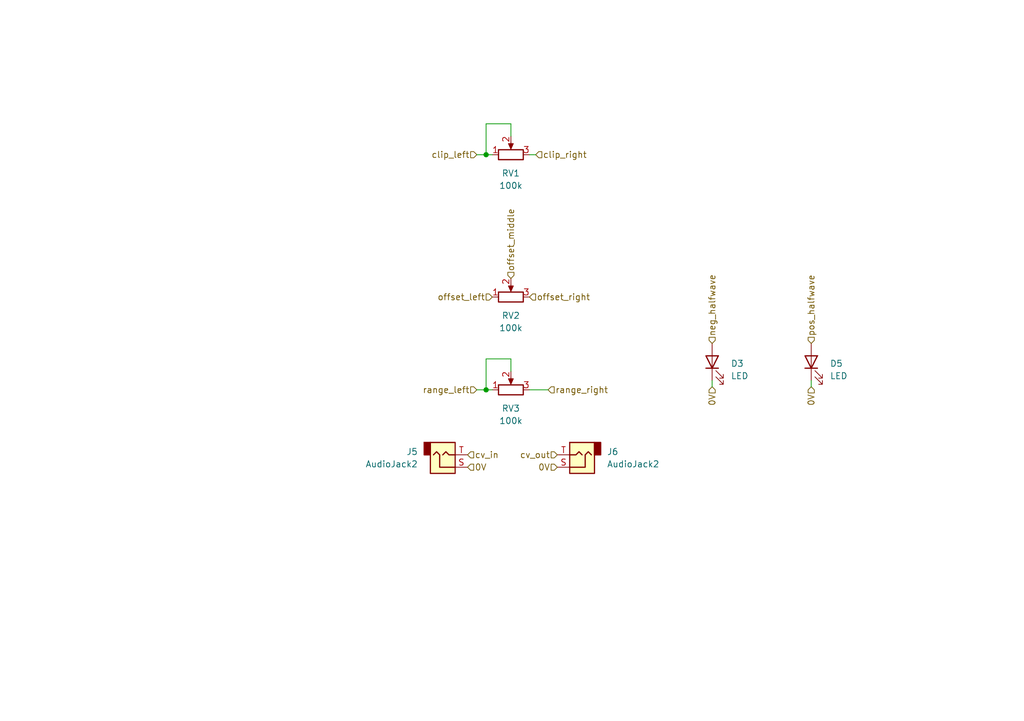
<source format=kicad_sch>
(kicad_sch (version 20211123) (generator eeschema)
  (paper "A5")
  (lib_symbols
    (symbol "Connector:AudioJack2"
      (property "Reference" "J" (at 0 8.89 0))
      (property "Value" "AudioJack2" (at 0 6.35 0))
      (symbol "AudioJack2_0_1"
        (rectangle (start -3.81 0) (end -2.54 -2.54) (stroke (width 0.254)) (fill (type outline)))
        (rectangle (start -2.54 3.81) (end 2.54 -2.54) (stroke (width 0.254)) (fill (type background)))
        (polyline (pts (xy 0 0) (xy 0.635 -0.635) (xy 1.27 0) (xy 2.54 0)) (stroke (width 0.254)))
        (polyline (pts (xy 2.54 2.54) (xy -0.635 2.54) (xy -0.635 0) (xy -1.27 -0.635) (xy -1.905 0)) (stroke (width 0.254)))
      )
      (symbol "AudioJack2_1_1"
        (pin passive line (at 5.08 2.54 180) (length 2.54) (name "~") (number "S"))
        (pin passive line (at 5.08 0 180) (length 2.54) (name "~") (number "T"))
      )
    )
    (symbol "Device:LED" (pin_numbers hide) (pin_names (offset 1.016) hide)
      (property "Reference" "D" (at 0 2.54 0))
      (property "Value" "LED" (at 0 -2.54 0))
      (symbol "LED_0_1"
        (polyline (pts (xy -1.27 -1.27) (xy -1.27 1.27)) (stroke (width 0.254)))
        (polyline (pts (xy -1.27 0) (xy 1.27 0)))
        (polyline (pts (xy 1.27 -1.27) (xy 1.27 1.27) (xy -1.27 0) (xy 1.27 -1.27)) (stroke (width 0.254)))
        (polyline (pts (xy -3.048 -0.762) (xy -4.572 -2.286) (xy -3.81 -2.286) (xy -4.572 -2.286) (xy -4.572 -1.524)))
        (polyline (pts (xy -1.778 -0.762) (xy -3.302 -2.286) (xy -2.54 -2.286) (xy -3.302 -2.286) (xy -3.302 -1.524)))
      )
      (symbol "LED_1_1"
        (pin passive line (at -3.81 0 0) (length 2.54) (name "K") (number "1"))
        (pin passive line (at 3.81 0 180) (length 2.54) (name "A") (number "2"))
      )
    )
    (symbol "Device:R_Potentiometer" (pin_names (offset 1.016) hide)
      (property "Reference" "RV" (at -4.445 0 90))
      (property "Value" "R_Potentiometer" (at -2.54 0 90))
      (symbol "R_Potentiometer_0_1"
        (polyline (pts (xy 2.54 0) (xy 1.524 0)))
        (polyline (pts (xy 1.143 0) (xy 2.286 0.508) (xy 2.286 -0.508) (xy 1.143 0)) (fill (type outline)))
        (rectangle (start 1.016 2.54) (end -1.016 -2.54) (stroke (width 0.254)))
      )
      (symbol "R_Potentiometer_1_1"
        (pin passive line (at 0 3.81 270) (length 1.27) (name "1") (number "1"))
        (pin passive line (at 3.81 0 180) (length 1.27) (name "2") (number "2"))
        (pin passive line (at 0 -3.81 90) (length 1.27) (name "3") (number "3"))
      )
    )
  )
  (junction (at 99.695 31.75))
  (junction (at 99.695 80.01))
  (wire (pts (xy 97.79 31.75) (xy 99.695 31.75)))
  (wire (pts (xy 146.05 78.105) (xy 146.05 79.375)))
  (wire (pts (xy 108.585 31.75) (xy 109.855 31.75)))
  (wire (pts (xy 99.695 80.01) (xy 100.965 80.01)))
  (wire (pts (xy 97.79 80.01) (xy 99.695 80.01)))
  (wire (pts (xy 104.775 73.66) (xy 99.695 73.66)))
  (wire (pts (xy 104.775 76.2) (xy 104.775 73.66)))
  (wire (pts (xy 108.585 80.01) (xy 112.395 80.01)))
  (wire (pts (xy 104.775 25.4) (xy 99.695 25.4)))
  (wire (pts (xy 99.695 31.75) (xy 100.965 31.75)))
  (wire (pts (xy 99.695 25.4) (xy 99.695 31.75)))
  (wire (pts (xy 166.37 78.105) (xy 166.37 79.375)))
  (wire (pts (xy 99.695 73.66) (xy 99.695 80.01)))
  (wire (pts (xy 104.775 27.94) (xy 104.775 25.4)))
  (hierarchical_label "cv_in" (shape input) (at 95.885 93.345 0))
  (hierarchical_label "offset_middle" (shape input) (at 104.775 57.15 90))
  (hierarchical_label "offset_left" (shape input) (at 100.965 60.96 180))
  (hierarchical_label "cv_out" (shape input) (at 114.3 93.345 180))
  (hierarchical_label "neg_halfwave" (shape input) (at 146.05 70.485 90))
  (hierarchical_label "pos_halfwave" (shape input) (at 166.37 70.485 90))
  (hierarchical_label "clip_right" (shape input) (at 109.855 31.75 0))
  (hierarchical_label "range_right" (shape input) (at 112.395 80.01 0))
  (hierarchical_label "range_left" (shape input) (at 97.79 80.01 180))
  (hierarchical_label "offset_right" (shape input) (at 108.585 60.96 0))
  (hierarchical_label "clip_left" (shape input) (at 97.79 31.75 180))
  (hierarchical_label "0V" (shape input) (at 146.05 79.375 270))
  (hierarchical_label "0V" (shape input) (at 166.37 79.375 270))
  (hierarchical_label "0V" (shape input) (at 114.3 95.885 180))
  (hierarchical_label "0V" (shape input) (at 95.885 95.885 0))
  (symbol (lib_id "Connector:AudioJack2") (at 90.805 93.345 0) (mirror x) (unit 1)
    (property "Reference" "J5" (at 85.725 92.7099 0) (effects (justify right)))
    (property "Value" "AudioJack2" (at 85.725 95.2499 0) (effects (justify right)))
    (property "Footprint" "component-library:PJ-392" (effects hide))
  )
  (symbol (lib_id "Connector:AudioJack2") (at 119.38 93.345 180) (unit 1)
    (property "Reference" "J6" (at 124.46 92.7099 0) (effects (justify right)))
    (property "Value" "AudioJack2" (at 124.46 95.2499 0) (effects (justify right)))
    (property "Footprint" "component-library:PJ-392" (effects hide))
  )
  (symbol (lib_id "Device:R_Potentiometer") (at 104.775 60.96 90) (unit 1)
    (property "Reference" "RV2" (at 104.775 64.77 90))
    (property "Value" "100k" (at 104.775 67.31 90))
    (property "Footprint" "Potentiometer_THT:Potentiometer_Alps_RK09K_Single_Vertical" (effects hide))
  )
  (symbol (lib_id "Device:R_Potentiometer") (at 104.775 80.01 90) (unit 1)
    (property "Reference" "RV3" (at 104.775 83.82 90))
    (property "Value" "100k" (at 104.775 86.36 90))
    (property "Footprint" "Potentiometer_THT:Potentiometer_Alps_RK09K_Single_Vertical" (effects hide))
  )
  (symbol (lib_id "Device:R_Potentiometer") (at 104.775 31.75 90) (unit 1)
    (property "Reference" "RV1" (at 104.775 35.56 90))
    (property "Value" "100k" (at 104.775 38.1 90))
    (property "Footprint" "Potentiometer_THT:Potentiometer_Alps_RK09K_Single_Vertical" (effects hide))
  )
  (symbol (lib_id "Device:LED") (at 166.37 74.295 90) (unit 1)
    (property "Reference" "D5" (at 170.18 74.6124 90) (effects (justify right)))
    (property "Value" "LED" (at 170.18 77.1524 90) (effects (justify right)))
    (property "Footprint" "LED_THT:LED_D3.0mm" (effects hide))
  )
  (symbol (lib_id "Device:LED") (at 146.05 74.295 90) (unit 1)
    (property "Reference" "D3" (at 149.86 74.6124 90) (effects (justify right)))
    (property "Value" "LED" (at 149.86 77.1524 90) (effects (justify right)))
    (property "Footprint" "LED_THT:LED_D3.0mm" (effects hide))
  )
)
</source>
